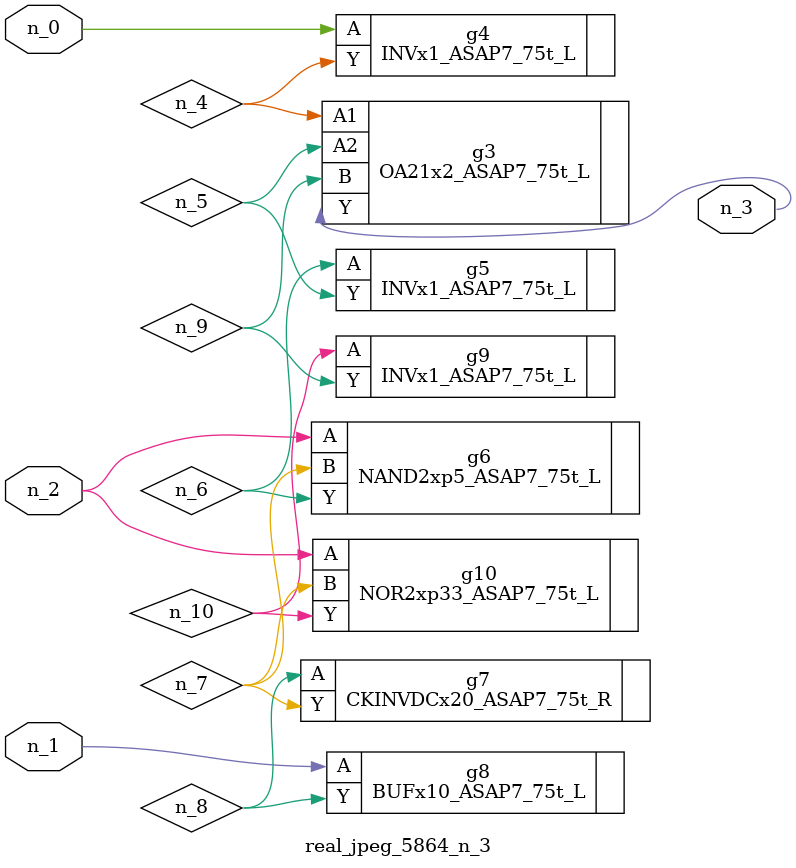
<source format=v>
module real_jpeg_5864_n_3 (n_1, n_0, n_2, n_3);

input n_1;
input n_0;
input n_2;

output n_3;

wire n_5;
wire n_4;
wire n_8;
wire n_6;
wire n_7;
wire n_10;
wire n_9;

INVx1_ASAP7_75t_L g4 ( 
.A(n_0),
.Y(n_4)
);

BUFx10_ASAP7_75t_L g8 ( 
.A(n_1),
.Y(n_8)
);

NAND2xp5_ASAP7_75t_L g6 ( 
.A(n_2),
.B(n_7),
.Y(n_6)
);

NOR2xp33_ASAP7_75t_L g10 ( 
.A(n_2),
.B(n_7),
.Y(n_10)
);

OA21x2_ASAP7_75t_L g3 ( 
.A1(n_4),
.A2(n_5),
.B(n_9),
.Y(n_3)
);

INVx1_ASAP7_75t_L g5 ( 
.A(n_6),
.Y(n_5)
);

CKINVDCx20_ASAP7_75t_R g7 ( 
.A(n_8),
.Y(n_7)
);

INVx1_ASAP7_75t_L g9 ( 
.A(n_10),
.Y(n_9)
);


endmodule
</source>
